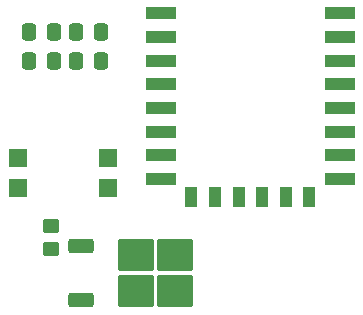
<source format=gbr>
%TF.GenerationSoftware,KiCad,Pcbnew,8.0.3*%
%TF.CreationDate,2024-08-02T22:41:38+02:00*%
%TF.ProjectId,IOT board sensor,494f5420-626f-4617-9264-2073656e736f,rev?*%
%TF.SameCoordinates,Original*%
%TF.FileFunction,Paste,Top*%
%TF.FilePolarity,Positive*%
%FSLAX46Y46*%
G04 Gerber Fmt 4.6, Leading zero omitted, Abs format (unit mm)*
G04 Created by KiCad (PCBNEW 8.0.3) date 2024-08-02 22:41:38*
%MOMM*%
%LPD*%
G01*
G04 APERTURE LIST*
G04 Aperture macros list*
%AMRoundRect*
0 Rectangle with rounded corners*
0 $1 Rounding radius*
0 $2 $3 $4 $5 $6 $7 $8 $9 X,Y pos of 4 corners*
0 Add a 4 corners polygon primitive as box body*
4,1,4,$2,$3,$4,$5,$6,$7,$8,$9,$2,$3,0*
0 Add four circle primitives for the rounded corners*
1,1,$1+$1,$2,$3*
1,1,$1+$1,$4,$5*
1,1,$1+$1,$6,$7*
1,1,$1+$1,$8,$9*
0 Add four rect primitives between the rounded corners*
20,1,$1+$1,$2,$3,$4,$5,0*
20,1,$1+$1,$4,$5,$6,$7,0*
20,1,$1+$1,$6,$7,$8,$9,0*
20,1,$1+$1,$8,$9,$2,$3,0*%
G04 Aperture macros list end*
%ADD10RoundRect,0.250000X-0.850000X-0.350000X0.850000X-0.350000X0.850000X0.350000X-0.850000X0.350000X0*%
%ADD11RoundRect,0.250000X-1.275000X-1.125000X1.275000X-1.125000X1.275000X1.125000X-1.275000X1.125000X0*%
%ADD12R,2.500000X1.000000*%
%ADD13R,1.000000X1.800000*%
%ADD14R,1.600000X1.600000*%
%ADD15RoundRect,0.250000X0.337500X0.475000X-0.337500X0.475000X-0.337500X-0.475000X0.337500X-0.475000X0*%
%ADD16RoundRect,0.250000X-0.337500X-0.475000X0.337500X-0.475000X0.337500X0.475000X-0.337500X0.475000X0*%
%ADD17RoundRect,0.250000X-0.450000X0.350000X-0.450000X-0.350000X0.450000X-0.350000X0.450000X0.350000X0*%
G04 APERTURE END LIST*
D10*
%TO.C,Q1*%
X151525000Y-100745000D03*
D11*
X156150000Y-101500000D03*
X156150000Y-104550000D03*
X159500000Y-101500000D03*
X159500000Y-104550000D03*
D10*
X151525000Y-105305000D03*
%TD*%
D12*
%TO.C,U2*%
X158250000Y-81030000D03*
X158250000Y-83030000D03*
X158250000Y-85030000D03*
X158250000Y-87030000D03*
X158250000Y-89030000D03*
X158250000Y-91030000D03*
X158250000Y-93030000D03*
X158250000Y-95030000D03*
D13*
X160850000Y-96530000D03*
X162850000Y-96530000D03*
X164850000Y-96530000D03*
X166850000Y-96530000D03*
X168850000Y-96530000D03*
X170850000Y-96530000D03*
D12*
X173450000Y-95030000D03*
X173450000Y-93030000D03*
X173450000Y-91030000D03*
X173450000Y-89030000D03*
X173450000Y-87030000D03*
X173450000Y-85030000D03*
X173450000Y-83030000D03*
X173450000Y-81030000D03*
%TD*%
D14*
%TO.C,U1*%
X153810000Y-95770000D03*
X153810000Y-93230000D03*
X146190000Y-93230000D03*
X146190000Y-95770000D03*
%TD*%
D15*
%TO.C,C3*%
X153205000Y-82590000D03*
X151130000Y-82590000D03*
%TD*%
%TO.C,C4*%
X151130000Y-85090000D03*
X153205000Y-85090000D03*
%TD*%
D16*
%TO.C,C1*%
X147130000Y-85090000D03*
X149205000Y-85090000D03*
%TD*%
D17*
%TO.C,R7*%
X149000000Y-99000000D03*
X149000000Y-101000000D03*
%TD*%
D16*
%TO.C,C2*%
X147130000Y-82590000D03*
X149205000Y-82590000D03*
%TD*%
M02*

</source>
